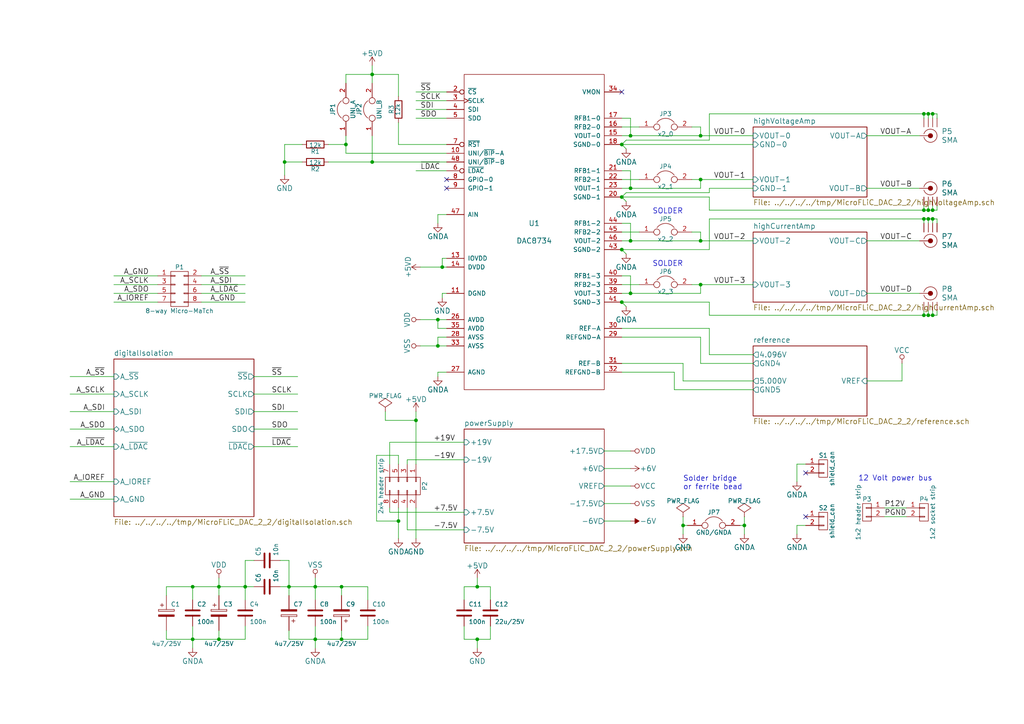
<source format=kicad_sch>
(kicad_sch (version 20230121) (generator eeschema)
  (paper "A4")
  (junction (at 99.06 185.42))
  (junction (at 270.51 91.44))
  (junction (at 127 92.71))
  (junction (at 115.57 151.13))
  (junction (at 107.95 21.59))
  (junction (at 203.2 52.07))
  (junction (at 269.24 63.5))
  (junction (at 203.2 69.85))
  (junction (at 270.51 33.02))
  (junction (at 127 100.33))
  (junction (at 100.33 41.91))
  (junction (at 182.88 54.61))
  (junction (at 71.12 170.18))
  (junction (at 182.88 85.09))
  (junction (at 55.88 185.42))
  (junction (at 180.34 87.63))
  (junction (at 267.97 60.96))
  (junction (at 120.65 121.92))
  (junction (at 99.06 170.18))
  (junction (at 55.88 170.18))
  (junction (at 267.97 63.5))
  (junction (at 198.12 152.4))
  (junction (at 267.97 33.02))
  (junction (at 83.82 170.18))
  (junction (at 269.24 60.96))
  (junction (at 107.95 46.99))
  (junction (at 267.97 91.44))
  (junction (at 180.34 72.39))
  (junction (at 270.51 63.5))
  (junction (at 182.88 39.37))
  (junction (at 138.43 170.18))
  (junction (at 269.24 33.02))
  (junction (at 182.88 69.85))
  (junction (at 63.5 185.42))
  (junction (at 270.51 60.96))
  (junction (at 215.9 152.4))
  (junction (at 63.5 170.18))
  (junction (at 203.2 39.37))
  (junction (at 180.34 41.91))
  (junction (at 180.34 57.15))
  (junction (at 91.44 185.42))
  (junction (at 91.44 170.18))
  (junction (at 203.2 82.55))
  (junction (at 138.43 185.42))
  (junction (at 269.24 91.44))
  (junction (at 82.55 46.99))
  (junction (at 128.27 77.47))
  (no_connect (at 233.68 137.16))
  (no_connect (at 129.54 52.07))
  (no_connect (at 180.34 26.67))
  (no_connect (at 233.68 149.86))
  (no_connect (at 129.54 54.61))
  (wire (pts (xy 182.88 64.77) (xy 180.34 64.77)))
  (wire (pts (xy 231.14 152.4) (xy 233.68 152.4)))
  (wire (pts (xy 107.95 46.99) (xy 129.54 46.99)))
  (wire (pts (xy 205.74 54.61) (xy 218.44 54.61)))
  (wire (pts (xy 115.57 134.62) (xy 115.57 132.08)))
  (wire (pts (xy 58.42 85.09) (xy 71.12 85.09)))
  (wire (pts (xy 129.54 97.79) (xy 127 97.79)))
  (wire (pts (xy 100.33 21.59) (xy 107.95 21.59)))
  (wire (pts (xy 267.97 91.44) (xy 269.24 91.44)))
  (wire (pts (xy 218.44 110.49) (xy 198.12 110.49)))
  (wire (pts (xy 267.97 64.77) (xy 267.97 63.5)))
  (wire (pts (xy 95.25 41.91) (xy 100.33 41.91)))
  (wire (pts (xy 113.03 147.32) (xy 113.03 148.59)))
  (wire (pts (xy 83.82 170.18) (xy 91.44 170.18)))
  (wire (pts (xy 205.74 72.39) (xy 205.74 63.5)))
  (wire (pts (xy 107.95 21.59) (xy 107.95 24.13)))
  (wire (pts (xy 270.51 33.02) (xy 271.78 33.02)))
  (wire (pts (xy 175.26 146.05) (xy 182.88 146.05)))
  (wire (pts (xy 205.74 60.96) (xy 267.97 60.96)))
  (wire (pts (xy 120.65 147.32) (xy 120.65 156.21)))
  (wire (pts (xy 267.97 59.69) (xy 267.97 60.96)))
  (wire (pts (xy 109.22 132.08) (xy 109.22 151.13)))
  (wire (pts (xy 181.61 88.9) (xy 180.34 87.63)))
  (wire (pts (xy 182.88 39.37) (xy 203.2 39.37)))
  (wire (pts (xy 134.62 185.42) (xy 138.43 185.42)))
  (wire (pts (xy 121.92 77.47) (xy 128.27 77.47)))
  (wire (pts (xy 138.43 185.42) (xy 142.24 185.42)))
  (wire (pts (xy 129.54 34.29) (xy 120.65 34.29)))
  (wire (pts (xy 203.2 85.09) (xy 203.2 82.55)))
  (wire (pts (xy 269.24 90.17) (xy 269.24 91.44)))
  (wire (pts (xy 267.97 90.17) (xy 267.97 91.44)))
  (wire (pts (xy 71.12 87.63) (xy 58.42 87.63)))
  (wire (pts (xy 20.32 119.38) (xy 33.02 119.38)))
  (wire (pts (xy 73.66 129.54) (xy 86.36 129.54)))
  (wire (pts (xy 215.9 152.4) (xy 214.63 152.4)))
  (wire (pts (xy 55.88 185.42) (xy 63.5 185.42)))
  (wire (pts (xy 267.97 60.96) (xy 269.24 60.96)))
  (wire (pts (xy 71.12 185.42) (xy 71.12 181.61)))
  (wire (pts (xy 138.43 170.18) (xy 142.24 170.18)))
  (wire (pts (xy 106.68 170.18) (xy 106.68 173.99)))
  (wire (pts (xy 215.9 149.86) (xy 215.9 152.4)))
  (wire (pts (xy 115.57 41.91) (xy 129.54 41.91)))
  (wire (pts (xy 83.82 185.42) (xy 91.44 185.42)))
  (wire (pts (xy 115.57 35.56) (xy 115.57 41.91)))
  (wire (pts (xy 203.2 39.37) (xy 203.2 36.83)))
  (wire (pts (xy 91.44 167.64) (xy 91.44 170.18)))
  (wire (pts (xy 270.51 60.96) (xy 271.78 60.96)))
  (wire (pts (xy 269.24 64.77) (xy 269.24 63.5)))
  (wire (pts (xy 180.34 95.25) (xy 205.74 95.25)))
  (wire (pts (xy 20.32 144.78) (xy 33.02 144.78)))
  (wire (pts (xy 73.66 124.46) (xy 86.36 124.46)))
  (wire (pts (xy 81.28 162.56) (xy 83.82 162.56)))
  (wire (pts (xy 181.61 55.88) (xy 205.74 55.88)))
  (wire (pts (xy 33.02 85.09) (xy 45.72 85.09)))
  (wire (pts (xy 71.12 170.18) (xy 71.12 173.99)))
  (wire (pts (xy 113.03 128.27) (xy 113.03 134.62)))
  (wire (pts (xy 128.27 77.47) (xy 129.54 77.47)))
  (wire (pts (xy 270.51 34.29) (xy 270.51 33.02)))
  (wire (pts (xy 180.34 57.15) (xy 205.74 57.15)))
  (wire (pts (xy 269.24 34.29) (xy 269.24 33.02)))
  (wire (pts (xy 181.61 43.18) (xy 180.34 41.91)))
  (wire (pts (xy 198.12 110.49) (xy 198.12 105.41)))
  (wire (pts (xy 55.88 185.42) (xy 55.88 187.96)))
  (wire (pts (xy 267.97 33.02) (xy 269.24 33.02)))
  (wire (pts (xy 95.25 46.99) (xy 107.95 46.99)))
  (wire (pts (xy 270.51 90.17) (xy 270.51 91.44)))
  (wire (pts (xy 185.42 36.83) (xy 180.34 36.83)))
  (wire (pts (xy 269.24 33.02) (xy 270.51 33.02)))
  (wire (pts (xy 205.74 40.64) (xy 205.74 33.02)))
  (wire (pts (xy 180.34 87.63) (xy 205.74 87.63)))
  (wire (pts (xy 182.88 140.97) (xy 175.26 140.97)))
  (wire (pts (xy 203.2 52.07) (xy 218.44 52.07)))
  (wire (pts (xy 181.61 73.66) (xy 180.34 72.39)))
  (wire (pts (xy 99.06 185.42) (xy 106.68 185.42)))
  (wire (pts (xy 73.66 114.3) (xy 86.36 114.3)))
  (wire (pts (xy 181.61 40.64) (xy 205.74 40.64)))
  (wire (pts (xy 203.2 67.31) (xy 200.66 67.31)))
  (wire (pts (xy 205.74 102.87) (xy 218.44 102.87)))
  (wire (pts (xy 91.44 185.42) (xy 91.44 187.96)))
  (wire (pts (xy 45.72 82.55) (xy 33.02 82.55)))
  (wire (pts (xy 63.5 167.64) (xy 63.5 170.18)))
  (wire (pts (xy 266.7 39.37) (xy 251.46 39.37)))
  (wire (pts (xy 45.72 87.63) (xy 33.02 87.63)))
  (wire (pts (xy 142.24 185.42) (xy 142.24 181.61)))
  (wire (pts (xy 182.88 85.09) (xy 182.88 80.01)))
  (wire (pts (xy 100.33 21.59) (xy 100.33 24.13)))
  (wire (pts (xy 256.54 147.32) (xy 262.89 147.32)))
  (wire (pts (xy 270.51 59.69) (xy 270.51 60.96)))
  (wire (pts (xy 271.78 60.96) (xy 271.78 59.69)))
  (wire (pts (xy 203.2 97.79) (xy 203.2 105.41)))
  (wire (pts (xy 182.88 85.09) (xy 203.2 85.09)))
  (wire (pts (xy 81.28 170.18) (xy 83.82 170.18)))
  (wire (pts (xy 205.74 33.02) (xy 267.97 33.02)))
  (wire (pts (xy 203.2 82.55) (xy 218.44 82.55)))
  (wire (pts (xy 270.51 63.5) (xy 271.78 63.5)))
  (wire (pts (xy 181.61 58.42) (xy 180.34 57.15)))
  (wire (pts (xy 195.58 113.03) (xy 218.44 113.03)))
  (wire (pts (xy 251.46 110.49) (xy 261.62 110.49)))
  (wire (pts (xy 198.12 105.41) (xy 180.34 105.41)))
  (wire (pts (xy 267.97 63.5) (xy 269.24 63.5)))
  (wire (pts (xy 205.74 95.25) (xy 205.74 102.87)))
  (wire (pts (xy 99.06 170.18) (xy 99.06 172.72)))
  (wire (pts (xy 138.43 185.42) (xy 138.43 187.96)))
  (wire (pts (xy 175.26 135.89) (xy 182.88 135.89)))
  (wire (pts (xy 99.06 170.18) (xy 106.68 170.18)))
  (wire (pts (xy 270.51 91.44) (xy 271.78 91.44)))
  (wire (pts (xy 129.54 26.67) (xy 120.65 26.67)))
  (wire (pts (xy 120.65 31.75) (xy 129.54 31.75)))
  (wire (pts (xy 91.44 170.18) (xy 99.06 170.18)))
  (wire (pts (xy 58.42 80.01) (xy 71.12 80.01)))
  (wire (pts (xy 198.12 149.86) (xy 198.12 152.4)))
  (wire (pts (xy 180.34 107.95) (xy 195.58 107.95)))
  (wire (pts (xy 203.2 105.41) (xy 218.44 105.41)))
  (wire (pts (xy 127 95.25) (xy 127 92.71)))
  (wire (pts (xy 127 92.71) (xy 129.54 92.71)))
  (wire (pts (xy 185.42 82.55) (xy 180.34 82.55)))
  (wire (pts (xy 185.42 52.07) (xy 180.34 52.07)))
  (wire (pts (xy 180.34 69.85) (xy 182.88 69.85)))
  (wire (pts (xy 83.82 162.56) (xy 83.82 170.18)))
  (wire (pts (xy 271.78 91.44) (xy 271.78 90.17)))
  (wire (pts (xy 109.22 151.13) (xy 115.57 151.13)))
  (wire (pts (xy 129.54 107.95) (xy 127 107.95)))
  (wire (pts (xy 182.88 80.01) (xy 180.34 80.01)))
  (wire (pts (xy 129.54 95.25) (xy 127 95.25)))
  (wire (pts (xy 127 97.79) (xy 127 100.33)))
  (wire (pts (xy 63.5 185.42) (xy 71.12 185.42)))
  (wire (pts (xy 233.68 134.62) (xy 231.14 134.62)))
  (wire (pts (xy 129.54 49.53) (xy 120.65 49.53)))
  (wire (pts (xy 48.26 170.18) (xy 48.26 172.72)))
  (wire (pts (xy 115.57 147.32) (xy 115.57 151.13)))
  (wire (pts (xy 73.66 109.22) (xy 86.36 109.22)))
  (wire (pts (xy 71.12 82.55) (xy 58.42 82.55)))
  (wire (pts (xy 63.5 170.18) (xy 63.5 172.72)))
  (wire (pts (xy 180.34 57.15) (xy 181.61 55.88)))
  (wire (pts (xy 205.74 55.88) (xy 205.74 54.61)))
  (wire (pts (xy 82.55 41.91) (xy 82.55 46.99)))
  (wire (pts (xy 269.24 91.44) (xy 270.51 91.44)))
  (wire (pts (xy 118.11 133.35) (xy 118.11 134.62)))
  (wire (pts (xy 129.54 62.23) (xy 127 62.23)))
  (wire (pts (xy 100.33 44.45) (xy 129.54 44.45)))
  (wire (pts (xy 182.88 49.53) (xy 180.34 49.53)))
  (wire (pts (xy 63.5 170.18) (xy 71.12 170.18)))
  (wire (pts (xy 129.54 29.21) (xy 120.65 29.21)))
  (wire (pts (xy 200.66 82.55) (xy 203.2 82.55)))
  (wire (pts (xy 106.68 185.42) (xy 106.68 181.61)))
  (wire (pts (xy 121.92 92.71) (xy 127 92.71)))
  (wire (pts (xy 185.42 67.31) (xy 180.34 67.31)))
  (wire (pts (xy 203.2 69.85) (xy 218.44 69.85)))
  (wire (pts (xy 20.32 114.3) (xy 33.02 114.3)))
  (wire (pts (xy 205.74 63.5) (xy 267.97 63.5)))
  (wire (pts (xy 200.66 52.07) (xy 203.2 52.07)))
  (wire (pts (xy 182.88 69.85) (xy 203.2 69.85)))
  (wire (pts (xy 83.82 182.88) (xy 83.82 185.42)))
  (wire (pts (xy 120.65 119.38) (xy 120.65 121.92)))
  (wire (pts (xy 182.88 54.61) (xy 182.88 49.53)))
  (wire (pts (xy 20.32 109.22) (xy 33.02 109.22)))
  (wire (pts (xy 198.12 152.4) (xy 198.12 154.94)))
  (wire (pts (xy 203.2 36.83) (xy 200.66 36.83)))
  (wire (pts (xy 180.34 85.09) (xy 182.88 85.09)))
  (wire (pts (xy 180.34 41.91) (xy 181.61 40.64)))
  (wire (pts (xy 205.74 91.44) (xy 267.97 91.44)))
  (wire (pts (xy 71.12 162.56) (xy 73.66 162.56)))
  (wire (pts (xy 205.74 57.15) (xy 205.74 60.96)))
  (wire (pts (xy 100.33 41.91) (xy 100.33 44.45)))
  (wire (pts (xy 20.32 124.46) (xy 33.02 124.46)))
  (wire (pts (xy 73.66 119.38) (xy 86.36 119.38)))
  (wire (pts (xy 205.74 87.63) (xy 205.74 91.44)))
  (wire (pts (xy 180.34 41.91) (xy 218.44 41.91)))
  (wire (pts (xy 134.62 170.18) (xy 138.43 170.18)))
  (wire (pts (xy 231.14 134.62) (xy 231.14 139.7)))
  (wire (pts (xy 107.95 19.05) (xy 107.95 21.59)))
  (wire (pts (xy 115.57 151.13) (xy 115.57 156.21)))
  (wire (pts (xy 87.63 46.99) (xy 82.55 46.99)))
  (wire (pts (xy 127 107.95) (xy 127 109.22)))
  (wire (pts (xy 203.2 69.85) (xy 203.2 67.31)))
  (wire (pts (xy 231.14 152.4) (xy 231.14 154.94)))
  (wire (pts (xy 256.54 149.86) (xy 262.89 149.86)))
  (wire (pts (xy 180.34 54.61) (xy 182.88 54.61)))
  (wire (pts (xy 266.7 69.85) (xy 251.46 69.85)))
  (wire (pts (xy 55.88 170.18) (xy 55.88 173.99)))
  (wire (pts (xy 180.34 39.37) (xy 182.88 39.37)))
  (wire (pts (xy 91.44 185.42) (xy 99.06 185.42)))
  (wire (pts (xy 271.78 63.5) (xy 271.78 64.77)))
  (wire (pts (xy 134.62 133.35) (xy 118.11 133.35)))
  (wire (pts (xy 199.39 152.4) (xy 198.12 152.4)))
  (wire (pts (xy 142.24 170.18) (xy 142.24 173.99)))
  (wire (pts (xy 71.12 170.18) (xy 73.66 170.18)))
  (wire (pts (xy 128.27 85.09) (xy 128.27 86.36)))
  (wire (pts (xy 111.76 121.92) (xy 111.76 119.38)))
  (wire (pts (xy 48.26 185.42) (xy 55.88 185.42)))
  (wire (pts (xy 127 100.33) (xy 129.54 100.33)))
  (wire (pts (xy 107.95 21.59) (xy 115.57 21.59)))
  (wire (pts (xy 87.63 41.91) (xy 82.55 41.91)))
  (wire (pts (xy 215.9 152.4) (xy 215.9 154.94)))
  (wire (pts (xy 195.58 107.95) (xy 195.58 113.03)))
  (wire (pts (xy 48.26 170.18) (xy 55.88 170.18)))
  (wire (pts (xy 91.44 181.61) (xy 91.44 185.42)))
  (wire (pts (xy 271.78 33.02) (xy 271.78 34.29)))
  (wire (pts (xy 127 62.23) (xy 127 64.77)))
  (wire (pts (xy 20.32 139.7) (xy 33.02 139.7)))
  (wire (pts (xy 175.26 130.81) (xy 182.88 130.81)))
  (wire (pts (xy 100.33 39.37) (xy 100.33 41.91)))
  (wire (pts (xy 175.26 151.13) (xy 182.88 151.13)))
  (wire (pts (xy 115.57 21.59) (xy 115.57 27.94)))
  (wire (pts (xy 33.02 80.01) (xy 45.72 80.01)))
  (wire (pts (xy 180.34 72.39) (xy 205.74 72.39)))
  (wire (pts (xy 20.32 129.54) (xy 33.02 129.54)))
  (wire (pts (xy 182.88 39.37) (xy 182.88 34.29)))
  (wire (pts (xy 71.12 162.56) (xy 71.12 170.18)))
  (wire (pts (xy 182.88 54.61) (xy 203.2 54.61)))
  (wire (pts (xy 48.26 185.42) (xy 48.26 182.88)))
  (wire (pts (xy 120.65 121.92) (xy 120.65 134.62)))
  (wire (pts (xy 55.88 181.61) (xy 55.88 185.42)))
  (wire (pts (xy 180.34 97.79) (xy 203.2 97.79)))
  (wire (pts (xy 120.65 121.92) (xy 111.76 121.92)))
  (wire (pts (xy 113.03 128.27) (xy 134.62 128.27)))
  (wire (pts (xy 115.57 132.08) (xy 109.22 132.08)))
  (wire (pts (xy 82.55 46.99) (xy 82.55 50.8)))
  (wire (pts (xy 182.88 34.29) (xy 180.34 34.29)))
  (wire (pts (xy 182.88 69.85) (xy 182.88 64.77)))
  (wire (pts (xy 134.62 173.99) (xy 134.62 170.18)))
  (wire (pts (xy 270.51 64.77) (xy 270.51 63.5)))
  (wire (pts (xy 267.97 34.29) (xy 267.97 33.02)))
  (wire (pts (xy 128.27 74.93) (xy 129.54 74.93)))
  (wire (pts (xy 134.62 153.67) (xy 118.11 153.67)))
  (wire (pts (xy 138.43 170.18) (xy 138.43 167.64)))
  (wire (pts (xy 107.95 39.37) (xy 107.95 46.99)))
  (wire (pts (xy 113.03 148.59) (xy 134.62 148.59)))
  (wire (pts (xy 118.11 153.67) (xy 118.11 147.32)))
  (wire (pts (xy 269.24 63.5) (xy 270.51 63.5)))
  (wire (pts (xy 128.27 77.47) (xy 128.27 74.93)))
  (wire (pts (xy 55.88 170.18) (xy 63.5 170.18)))
  (wire (pts (xy 63.5 185.42) (xy 63.5 182.88)))
  (wire (pts (xy 121.92 100.33) (xy 127 100.33)))
  (wire (pts (xy 261.62 110.49) (xy 261.62 105.41)))
  (wire (pts (xy 203.2 54.61) (xy 203.2 52.07)))
  (wire (pts (xy 269.24 59.69) (xy 269.24 60.96)))
  (wire (pts (xy 83.82 170.18) (xy 83.82 172.72)))
  (wire (pts (xy 203.2 39.37) (xy 218.44 39.37)))
  (wire (pts (xy 129.54 85.09) (xy 128.27 85.09)))
  (wire (pts (xy 134.62 185.42) (xy 134.62 181.61)))
  (wire (pts (xy 269.24 60.96) (xy 270.51 60.96)))
  (wire (pts (xy 91.44 170.18) (xy 91.44 173.99)))
  (wire (pts (xy 266.7 85.09) (xy 251.46 85.09)))
  (wire (pts (xy 266.7 54.61) (xy 251.46 54.61)))
  (wire (pts (xy 99.06 185.42) (xy 99.06 182.88)))
  (text "12 Volt power bus" (at 248.92 139.7 0) (effects (font (size 1.524 1.524)) (justify left bottom)))
  (text "Solder bridge\nor ferrite bead" (at 198.12 142.24 0) (effects (font (size 1.524 1.524)) (justify left bottom)))
  (text "SOLDER" (at 189.23 62.23 0) (effects (font (size 1.524 1.524)) (justify left bottom)))
  (text "SOLDER" (at 189.23 77.47 0) (effects (font (size 1.524 1.524)) (justify left bottom)))
  (label "VOUT-B" (at 255.27 54.61 0) (effects (font (size 1.524 1.524))))
  (label "SDI" (at 121.92 31.75 0) (effects (font (size 1.524 1.524))))
  (label "SCLK" (at 121.92 29.21 0) (effects (font (size 1.524 1.524))))
  (label "-7.5V" (at 125.73 153.67 0) (effects (font (size 1.524 1.524))))
  (label "A_SDO" (at 43.18 85.09 180) (effects (font (size 1.524 1.524))))
  (label "A_SDO" (at 30.48 124.46 180) (effects (font (size 1.524 1.524))))
  (label "VOUT-3" (at 207.01 82.55 0) (effects (font (size 1.524 1.524))))
  (label "A_IOREF" (at 30.48 139.7 180) (effects (font (size 1.524 1.524))))
  (label "A_GND" (at 30.48 144.78 180) (effects (font (size 1.524 1.524))))
  (label "A_SCLK" (at 43.18 82.55 180) (effects (font (size 1.524 1.524))))
  (label "~{SS}" (at 121.92 26.67 0) (effects (font (size 1.524 1.524))))
  (label "+7.5V" (at 125.73 148.59 0) (effects (font (size 1.524 1.524))))
  (label "P12V" (at 256.54 147.32 0) (effects (font (size 1.524 1.524))))
  (label "A_~{SS}" (at 60.96 80.01 0) (effects (font (size 1.524 1.524))))
  (label "-19V" (at 125.73 133.35 0) (effects (font (size 1.524 1.524))))
  (label "SDO" (at 78.74 124.46 0) (effects (font (size 1.524 1.524))))
  (label "~{LDAC}" (at 78.74 129.54 0) (effects (font (size 1.524 1.524))))
  (label "SDI" (at 78.74 119.38 0) (effects (font (size 1.524 1.524))))
  (label "~{LDAC}" (at 121.92 49.53 0) (effects (font (size 1.524 1.524))))
  (label "VOUT-0" (at 207.01 39.37 0) (effects (font (size 1.524 1.524))))
  (label "A_SDI" (at 60.96 82.55 0) (effects (font (size 1.524 1.524))))
  (label "A_~{SS}" (at 30.48 109.22 180) (effects (font (size 1.524 1.524))))
  (label "+19V" (at 125.73 128.27 0) (effects (font (size 1.524 1.524))))
  (label "VOUT-D" (at 255.27 85.09 0) (effects (font (size 1.524 1.524))))
  (label "A_IOREF" (at 43.18 87.63 180) (effects (font (size 1.524 1.524))))
  (label "VOUT-2" (at 207.01 69.85 0) (effects (font (size 1.524 1.524))))
  (label "~{SS}" (at 78.74 109.22 0) (effects (font (size 1.524 1.524))))
  (label "A_GND" (at 60.96 87.63 0) (effects (font (size 1.524 1.524))))
  (label "A_~{LDAC}" (at 60.96 85.09 0) (effects (font (size 1.524 1.524))))
  (label "SCLK" (at 78.74 114.3 0) (effects (font (size 1.524 1.524))))
  (label "VOUT-C" (at 255.27 69.85 0) (effects (font (size 1.524 1.524))))
  (label "A_GND" (at 43.18 80.01 180) (effects (font (size 1.524 1.524))))
  (label "A_SCLK" (at 30.48 114.3 180) (effects (font (size 1.524 1.524))))
  (label "VOUT-A" (at 255.27 39.37 0) (effects (font (size 1.524 1.524))))
  (label "A_SDI" (at 30.48 119.38 180) (effects (font (size 1.524 1.524))))
  (label "A_~{LDAC}" (at 30.48 129.54 180) (effects (font (size 1.524 1.524))))
  (label "PGND" (at 256.54 149.86 0) (effects (font (size 1.524 1.524))))
  (label "SDO" (at 121.92 34.29 0) (effects (font (size 1.524 1.524))))
  (label "VOUT-1" (at 207.01 52.07 0) (effects (font (size 1.524 1.524))))
  (symbol (lib_id "MicroFLiC_DAC-rescue:DAC8734") (at 154.94 67.31 0) (unit 1)
    (property "Reference" "U1" (at 154.94 64.77 0) (effects (font (size 1.524 1.524))))
    (property "Value" "DAC8734" (at 154.94 69.85 0) (effects (font (size 1.524 1.524))))
    (property "Footprint" "Housings_QFP:TQFP-48_7x7mm_Pitch0.5mm" (effects hide))
    (property "Part Number" "DAC8734SPFB" (effects hide))
    (property "Manufacturer" "Texas Instruments" (effects hide))
    (property "Package" "TQFP-48" (effects hide))
    (property "Supplier" "Farnell" (effects hide))
    (property "Order Code" "2082437" (effects hide))
    (property "Alt. Supplier" "Mouser" (effects hide))
    (property "Alt. Order Code" "595-DAC8734SPFB" (effects hide))
    (property "Note" "Quad 16-bit DAC" (effects hide))
  )
  (symbol (lib_id "MicroFLiC_DAC-rescue:GNDA") (at 127 64.77 0) (unit 1)
    (property "Reference" "#PWR01" (effects hide))
    (property "Value" "GNDA" (at 127 68.58 0) (effects (font (size 1.524 1.524))))
  )
  (symbol (lib_id "MicroFLiC_DAC-rescue:GNDA") (at 181.61 43.18 0) (unit 1)
    (property "Reference" "#PWR02" (effects hide))
    (property "Value" "GNDA" (at 181.61 46.99 0) (effects (font (size 1.524 1.524))))
  )
  (symbol (lib_id "MicroFLiC_DAC-rescue:GNDA") (at 181.61 58.42 0) (unit 1)
    (property "Reference" "#PWR03" (effects hide))
    (property "Value" "GNDA" (at 181.61 62.23 0) (effects (font (size 1.524 1.524))))
  )
  (symbol (lib_id "MicroFLiC_DAC-rescue:GNDA") (at 181.61 73.66 0) (unit 1)
    (property "Reference" "#PWR04" (effects hide))
    (property "Value" "GNDA" (at 181.61 77.47 0) (effects (font (size 1.524 1.524))))
  )
  (symbol (lib_id "MicroFLiC_DAC-rescue:GNDA") (at 181.61 88.9 0) (unit 1)
    (property "Reference" "#PWR05" (effects hide))
    (property "Value" "GNDA" (at 181.61 92.71 0) (effects (font (size 1.524 1.524))))
  )
  (symbol (lib_id "MicroFLiC_DAC-rescue:GNDA") (at 127 109.22 0) (unit 1)
    (property "Reference" "#PWR06" (effects hide))
    (property "Value" "GNDA" (at 127 113.03 0) (effects (font (size 1.524 1.524))))
  )
  (symbol (lib_id "MicroFLiC_DAC-rescue:VSS") (at 121.92 100.33 90) (unit 1)
    (property "Reference" "#PWR07" (effects hide))
    (property "Value" "VSS" (at 118.11 100.33 0) (effects (font (size 1.524 1.524))))
  )
  (symbol (lib_id "MicroFLiC_DAC-rescue:VDD") (at 121.92 92.71 90) (unit 1)
    (property "Reference" "#PWR08" (effects hide))
    (property "Value" "VDD" (at 118.11 92.71 0) (effects (font (size 1.524 1.524))))
  )
  (symbol (lib_id "MicroFLiC_DAC-rescue:JUMPER") (at 193.04 82.55 0) (unit 1)
    (property "Reference" "JP6" (at 193.04 78.74 0))
    (property "Value" "x2_3" (at 193.04 84.582 0))
    (property "Footprint" "jakub:solder_jumper" (effects hide))
  )
  (symbol (lib_id "MicroFLiC_DAC-rescue:JUMPER") (at 193.04 67.31 0) (unit 1)
    (property "Reference" "JP5" (at 193.04 63.5 0))
    (property "Value" "x2_2" (at 193.04 69.342 0))
    (property "Footprint" "jakub:solder_jumper" (effects hide))
  )
  (symbol (lib_id "MicroFLiC_DAC-rescue:JUMPER") (at 193.04 52.07 0) (unit 1)
    (property "Reference" "JP4" (at 193.04 48.26 0))
    (property "Value" "x2_1" (at 193.04 54.102 0))
    (property "Footprint" "jakub:solder_jumper" (effects hide))
  )
  (symbol (lib_id "MicroFLiC_DAC-rescue:JUMPER") (at 193.04 36.83 0) (unit 1)
    (property "Reference" "JP3" (at 193.04 33.02 0))
    (property "Value" "x2_0" (at 193.04 38.862 0))
    (property "Footprint" "jakub:solder_jumper" (effects hide))
  )
  (symbol (lib_id "MicroFLiC_DAC-rescue:R") (at 91.44 41.91 270) (unit 1)
    (property "Reference" "R1" (at 91.44 43.942 90))
    (property "Value" "12k" (at 91.4654 42.0878 90))
    (property "Footprint" "Resistors_SMD:R_0603" (effects hide))
    (property "Part Number" "RC0603FR-0712KL" (effects hide))
    (property "Manufacturer" "Yageo" (effects hide))
    (property "Package" "0603" (effects hide))
    (property "Supplier" "Farnell" (effects hide))
    (property "Order Code" "9238611" (effects hide))
    (property "Alt. Supplier" "Mouser" (effects hide))
    (property "Alt. Order Code" "603-RC0603FR-0712KL" (effects hide))
    (property "Note" "10kΩ/1% 0805 resistor" (effects hide))
  )
  (symbol (lib_id "MicroFLiC_DAC-rescue:GND") (at 82.55 50.8 0) (unit 1)
    (property "Reference" "#PWR09" (effects hide))
    (property "Value" "GND" (at 82.55 54.61 0) (effects (font (size 1.524 1.524))))
  )
  (symbol (lib_id "MicroFLiC_DAC-rescue:JUMPER") (at 100.33 31.75 90) (unit 1)
    (property "Reference" "JP1" (at 96.52 31.75 0))
    (property "Value" "UNI_A" (at 102.362 31.75 0))
    (property "Footprint" "jakub:solder_jumper" (effects hide))
  )
  (symbol (lib_id "MicroFLiC_DAC-rescue:JUMPER") (at 107.95 31.75 90) (unit 1)
    (property "Reference" "JP2" (at 104.14 31.75 0))
    (property "Value" "UNI_B" (at 109.982 31.75 0))
    (property "Footprint" "jakub:solder_jumper" (effects hide))
  )
  (symbol (lib_id "MicroFLiC_DAC-rescue:+5VD") (at 107.95 19.05 0) (unit 1)
    (property "Reference" "#PWR010" (effects hide))
    (property "Value" "+5VD" (at 107.95 15.494 0) (effects (font (size 1.524 1.524))))
  )
  (symbol (lib_id "MicroFLiC_DAC-rescue:SMA") (at 270.51 31.75 0) (mirror x) (unit 1)
    (property "Reference" "P5" (at 273.05 38.1 0) (effects (font (size 1.524 1.524)) (justify left)))
    (property "Value" "SMA" (at 273.05 40.64 0) (effects (font (size 1.524 1.524)) (justify left)))
    (property "Footprint" "jakub:SMA" (effects hide))
    (property "Part Number" "73251-2200" (effects hide))
    (property "Manufacturer" "Molex" (effects hide))
    (property "Package" "SMA" (effects hide))
    (property "Supplier" "Farnell" (effects hide))
    (property "Order Code" "2293854" (effects hide))
    (property "Alt. Supplier" "Mouser" (effects hide))
    (property "Alt. Order Code" "538-73251-2200" (effects hide))
    (property "Note" "Right-angle SMA jack" (effects hide))
  )
  (symbol (lib_id "MicroFLiC_DAC-rescue:SMA") (at 270.51 62.23 0) (unit 1)
    (property "Reference" "P6" (at 273.05 53.34 0) (effects (font (size 1.524 1.524)) (justify left)))
    (property "Value" "SMA" (at 273.05 55.88 0) (effects (font (size 1.524 1.524)) (justify left)))
    (property "Footprint" "jakub:SMA" (effects hide))
    (property "Part Number" "73251-2200" (effects hide))
    (property "Manufacturer" "Molex" (effects hide))
    (property "Package" "SMA" (effects hide))
    (property "Supplier" "Farnell" (effects hide))
    (property "Order Code" "2293854" (effects hide))
    (property "Alt. Supplier" "Mouser" (effects hide))
    (property "Alt. Order Code" "538-73251-2200" (effects hide))
    (property "Note" "Right-angle SMA jack" (effects hide))
  )
  (symbol (lib_id "MicroFLiC_DAC-rescue:SMA") (at 270.51 62.23 0) (mirror x) (unit 1)
    (property "Reference" "P7" (at 273.05 68.58 0) (effects (font (size 1.524 1.524)) (justify left)))
    (property "Value" "SMA" (at 273.05 71.12 0) (effects (font (size 1.524 1.524)) (justify left)))
    (property "Footprint" "jakub:SMA" (effects hide))
    (property "Part Number" "73251-2200" (effects hide))
    (property "Manufacturer" "Molex" (effects hide))
    (property "Package" "SMA" (effects hide))
    (property "Supplier" "Farnell" (effects hide))
    (property "Order Code" "2293854" (effects hide))
    (property "Alt. Supplier" "Mouser" (effects hide))
    (property "Alt. Order Code" "538-73251-2200" (effects hide))
    (property "Note" "Right-angle SMA jack" (effects hide))
  )
  (symbol (lib_id "MicroFLiC_DAC-rescue:SMA") (at 270.51 92.71 0) (unit 1)
    (property "Reference" "P8" (at 273.05 83.82 0) (effects (font (size 1.524 1.524)) (justify left)))
    (property "Value" "SMA" (at 273.05 86.36 0) (effects (font (size 1.524 1.524)) (justify left)))
    (property "Footprint" "jakub:SMA" (effects hide))
    (property "Part Number" "73251-2200" (effects hide))
    (property "Manufacturer" "Molex" (effects hide))
    (property "Package" "SMA" (effects hide))
    (property "Supplier" "Farnell" (effects hide))
    (property "Order Code" "2293854" (effects hide))
    (property "Alt. Supplier" "Mouser" (effects hide))
    (property "Alt. Order Code" "538-73251-2200" (effects hide))
    (property "Note" "Right-angle SMA jack" (effects hide))
  )
  (symbol (lib_id "MicroFLiC_DAC-rescue:VCC") (at 261.62 105.41 0) (unit 1)
    (property "Reference" "#PWR011" (effects hide))
    (property "Value" "VCC" (at 261.62 101.6 0) (effects (font (size 1.524 1.524))))
  )
  (symbol (lib_id "MicroFLiC_DAC-rescue:GND") (at 128.27 86.36 0) (unit 1)
    (property "Reference" "#PWR016" (effects hide))
    (property "Value" "GND" (at 128.27 90.17 0) (effects (font (size 1.524 1.524))))
  )
  (symbol (lib_id "MicroFLiC_DAC-rescue:+5VD") (at 121.92 77.47 90) (unit 1)
    (property "Reference" "#PWR017" (effects hide))
    (property "Value" "+5VD" (at 118.364 77.47 0) (effects (font (size 1.524 1.524))))
  )
  (symbol (lib_id "MicroFLiC_DAC-rescue:CP2") (at 83.82 177.8 180) (unit 1)
    (property "Reference" "C7" (at 85.09 175.26 0) (effects (justify right)))
    (property "Value" "4u7/25V" (at 83.82 186.69 0))
    (property "Footprint" "Capacitors_Tantalum_SMD:TantalC_SizeB_EIA-3528_Reflow" (effects hide))
    (property "Part Number" "TR3B475K025C0700" (effects hide))
    (property "Manufacturer" "Vishay" (effects hide))
    (property "Package" "case B" (effects hide))
    (property "Supplier" "Farnell" (effects hide))
    (property "Order Code" "2353145" (effects hide))
    (property "Alt. Supplier" "Mouser" (effects hide))
    (property "Alt. Order Code" "74-TR3B475K025C0700" (effects hide))
    (property "Note" "4.7μF/25V/0.7Ω ESR case B tantalum capacitor" (effects hide))
  )
  (symbol (lib_id "MicroFLiC_DAC-rescue:VSS") (at 182.88 146.05 270) (unit 1)
    (property "Reference" "#PWR012" (effects hide))
    (property "Value" "VSS" (at 187.96 146.05 90) (effects (font (size 1.524 1.524))))
  )
  (symbol (lib_id "MicroFLiC_DAC-rescue:+6V") (at 182.88 135.89 270) (unit 1)
    (property "Reference" "#PWR013" (effects hide))
    (property "Value" "+6V" (at 187.96 135.89 90) (effects (font (size 1.524 1.524))))
  )
  (symbol (lib_id "MicroFLiC_DAC-rescue:CP2") (at 99.06 177.8 180) (unit 1)
    (property "Reference" "C9" (at 100.33 175.26 0) (effects (justify right)))
    (property "Value" "4u7/25V" (at 99.06 186.69 0))
    (property "Footprint" "Capacitors_Tantalum_SMD:TantalC_SizeB_EIA-3528_Reflow" (effects hide))
    (property "Part Number" "TR3B475K025C0700" (effects hide))
    (property "Manufacturer" "Vishay" (effects hide))
    (property "Package" "case B" (effects hide))
    (property "Supplier" "Farnell" (effects hide))
    (property "Order Code" "2353145" (effects hide))
    (property "Alt. Supplier" "Mouser" (effects hide))
    (property "Alt. Order Code" "74-TR3B475K025C0700" (effects hide))
    (property "Note" "4.7μF/25V/0.7Ω ESR case B tantalum capacitor" (effects hide))
  )
  (symbol (lib_id "MicroFLiC_DAC-rescue:CP2") (at 48.26 177.8 0) (unit 1)
    (property "Reference" "C1" (at 49.53 175.26 0) (effects (justify left)))
    (property "Value" "4u7/25V" (at 48.26 186.69 0))
    (property "Footprint" "Capacitors_Tantalum_SMD:TantalC_SizeB_EIA-3528_Reflow" (effects hide))
    (property "Part Number" "TR3B475K025C0700" (effects hide))
    (property "Manufacturer" "Vishay" (effects hide))
    (property "Package" "case B" (effects hide))
    (property "Supplier" "Farnell" (effects hide))
    (property "Order Code" "2353145" (effects hide))
    (property "Alt. Supplier" "Mouser" (effects hide))
    (property "Alt. Order Code" "74-TR3B475K025C0700" (effects hide))
    (property "Note" "4.7μF/25V/0.7Ω ESR case B tantalum capacitor" (effects hide))
  )
  (symbol (lib_id "MicroFLiC_DAC-rescue:VCC") (at 182.88 140.97 270) (unit 1)
    (property "Reference" "#PWR014" (effects hide))
    (property "Value" "VCC" (at 187.96 140.97 90) (effects (font (size 1.524 1.524))))
  )
  (symbol (lib_id "MicroFLiC_DAC-rescue:VDD") (at 182.88 130.81 270) (unit 1)
    (property "Reference" "#PWR015" (effects hide))
    (property "Value" "VDD" (at 187.96 130.81 90) (effects (font (size 1.524 1.524))))
  )
  (symbol (lib_id "MicroFLiC_DAC-rescue:-6V") (at 182.88 151.13 270) (unit 1)
    (property "Reference" "#PWR26" (effects hide))
    (property "Value" "-6V" (at 187.96 151.13 90) (effects (font (size 1.524 1.524))))
  )
  (symbol (lib_id "MicroFLiC_DAC-rescue:CP2") (at 63.5 177.8 0) (unit 1)
    (property "Reference" "C3" (at 64.77 175.26 0) (effects (justify left)))
    (property "Value" "4u7/25V" (at 63.5 186.69 0))
    (property "Footprint" "Capacitors_Tantalum_SMD:TantalC_SizeB_EIA-3528_Reflow" (effects hide))
    (property "Part Number" "TR3B475K025C0700" (effects hide))
    (property "Manufacturer" "Vishay" (effects hide))
    (property "Package" "case B" (effects hide))
    (property "Supplier" "Farnell" (effects hide))
    (property "Order Code" "2353145" (effects hide))
    (property "Alt. Supplier" "Mouser" (effects hide))
    (property "Alt. Order Code" "74-TR3B475K025C0700" (effects hide))
    (property "Note" "4.7μF/25V/0.7Ω ESR case B tantalum capacitor" (effects hide))
  )
  (symbol (lib_id "MicroFLiC_DAC-rescue:CONN_02X04") (at 52.07 83.82 0) (unit 1)
    (property "Reference" "P1" (at 52.07 77.47 0))
    (property "Value" "8-way Micro-MaTch" (at 52.07 90.17 0))
    (property "Footprint" "jakub:7-188275-8" (effects hide))
    (property "Part Number" "7-188275-8" (effects hide))
    (property "Manufacturer" "TE Connectivity" (effects hide))
    (property "Package" "Micro-MaTch SMD" (effects hide))
    (property "Supplier" "Farnell" (effects hide))
    (property "Order Code" "3784733" (effects hide))
    (property "Alt. Supplier" "Mouser" (effects hide))
    (property "Alt. Order Code" "571-7-188275-8" (effects hide))
    (property "Note" "8-way SMD Micro-MaTch connector" (effects hide))
  )
  (symbol (lib_id "MicroFLiC_DAC-rescue:GNDA") (at 55.88 187.96 0) (unit 1)
    (property "Reference" "#PWR018" (effects hide))
    (property "Value" "GNDA" (at 55.88 191.77 0) (effects (font (size 1.524 1.524))))
  )
  (symbol (lib_id "MicroFLiC_DAC-rescue:VDD") (at 63.5 167.64 0) (unit 1)
    (property "Reference" "#PWR019" (effects hide))
    (property "Value" "VDD" (at 63.5 163.83 0) (effects (font (size 1.524 1.524))))
  )
  (symbol (lib_id "MicroFLiC_DAC-rescue:GNDA") (at 91.44 187.96 0) (unit 1)
    (property "Reference" "#PWR020" (effects hide))
    (property "Value" "GNDA" (at 91.44 191.77 0) (effects (font (size 1.524 1.524))))
  )
  (symbol (lib_id "MicroFLiC_DAC-rescue:VSS") (at 91.44 167.64 0) (unit 1)
    (property "Reference" "#PWR021" (effects hide))
    (property "Value" "VSS" (at 91.44 163.83 0) (effects (font (size 1.524 1.524))))
  )
  (symbol (lib_id "MicroFLiC_DAC-rescue:C") (at 77.47 162.56 90) (unit 1)
    (property "Reference" "C5" (at 74.93 161.29 0) (effects (justify left)))
    (property "Value" "10n" (at 80.01 161.29 0) (effects (justify left)))
    (property "Footprint" "Capacitors_SMD:C_0603" (effects hide))
    (property "Part Number" "CC0603KRX7R9BB103" (effects hide))
    (property "Manufacturer" "Yageo" (effects hide))
    (property "Package" "0603" (effects hide))
    (property "Supplier" "Farnell" (effects hide))
    (property "Order Code" "722236" (effects hide))
    (property "Alt. Supplier" "Mouser" (effects hide))
    (property "Alt. Order Code" "603-CC603KRX7R9BB103" (effects hide))
    (property "Note" "10nF/50V X7R 0603 ceramic capacitor" (effects hide))
  )
  (symbol (lib_id "MicroFLiC_DAC-rescue:+5VD") (at 138.43 167.64 0) (unit 1)
    (property "Reference" "#PWR022" (effects hide))
    (property "Value" "+5VD" (at 138.43 164.084 0) (effects (font (size 1.524 1.524))))
  )
  (symbol (lib_id "MicroFLiC_DAC-rescue:GND") (at 138.43 187.96 0) (unit 1)
    (property "Reference" "#PWR023" (effects hide))
    (property "Value" "GND" (at 138.43 191.77 0) (effects (font (size 1.524 1.524))))
  )
  (symbol (lib_id "MicroFLiC_DAC-rescue:GNDA") (at 115.57 156.21 0) (unit 1)
    (property "Reference" "#PWR024" (effects hide))
    (property "Value" "GNDA" (at 115.57 160.02 0) (effects (font (size 1.524 1.524))))
  )
  (symbol (lib_id "MicroFLiC_DAC-rescue:CONN_01X02") (at 267.97 148.59 0) (unit 1)
    (property "Reference" "P4" (at 267.97 144.78 0))
    (property "Value" "1x2 socket strip" (at 270.51 148.59 90))
    (property "Footprint" "Socket_Strips:Socket_Strip_Straight_1x02" (effects hide))
    (property "Part Number" "ESQ-102-33-G-S" (effects hide))
    (property "Manufacturer" "Samtec" (effects hide))
    (property "Package" "SIL-2" (effects hide))
    (property "Supplier" "Farnell" (effects hide))
    (property "Order Code" "1927389" (effects hide))
    (property "Alt. Supplier" "Samtec" (effects hide))
    (property "Alt. Order Code" "ESQ-102-33-G-S" (effects hide))
    (property "Note" "1x2 ESQ series elevated socket strip" (effects hide))
  )
  (symbol (lib_id "MicroFLiC_DAC-rescue:CONN_01X02") (at 251.46 148.59 0) (mirror y) (unit 1)
    (property "Reference" "P3" (at 251.46 144.78 0))
    (property "Value" "1x2 header strip" (at 248.92 148.59 90))
    (property "Footprint" "Pin_Headers:Pin_Header_Straight_1x02" (effects hide))
    (property "Part Number" "M20-9990245" (effects hide))
    (property "Manufacturer" "Harwin" (effects hide))
    (property "Package" "SIL-2" (effects hide))
    (property "Supplier" "Farnell" (effects hide))
    (property "Order Code" "1022245" (effects hide))
    (property "Alt. Supplier" "Mouser" (effects hide))
    (property "Alt. Order Code" "855-M20-9990245" (effects hide))
    (property "Note" "1x2 header strip" (effects hide))
  )
  (symbol (lib_id "MicroFLiC_DAC-rescue:GND") (at 198.12 154.94 0) (unit 1)
    (property "Reference" "#PWR025" (effects hide))
    (property "Value" "GND" (at 198.12 158.75 0) (effects (font (size 1.524 1.524))))
  )
  (symbol (lib_id "MicroFLiC_DAC-rescue:GNDA") (at 215.9 154.94 0) (unit 1)
    (property "Reference" "#PWR026" (effects hide))
    (property "Value" "GNDA" (at 215.9 158.75 0) (effects (font (size 1.524 1.524))))
  )
  (symbol (lib_id "MicroFLiC_DAC-rescue:CONN_02X04") (at 116.84 140.97 270) (unit 1)
    (property "Reference" "P2" (at 123.19 140.97 0))
    (property "Value" "2x4 header strip" (at 110.49 140.97 0))
    (property "Footprint" "Pin_Headers:Pin_Header_Straight_2x04" (effects hide))
    (property "Part Number" "M20-9980446" (effects hide))
    (property "Manufacturer" "Harwin" (effects hide))
    (property "Package" "DIL-8" (effects hide))
    (property "Supplier" "Farnell" (effects hide))
    (property "Order Code" "1022233" (effects hide))
    (property "Alt. Supplier" "Mouser" (effects hide))
    (property "Alt. Order Code" "855-M20-9980446" (effects hide))
    (property "Note" "2x4 header strip" (effects hide))
  )
  (symbol (lib_id "MicroFLiC_DAC-rescue:GND") (at 120.65 156.21 0) (unit 1)
    (property "Reference" "#PWR027" (effects hide))
    (property "Value" "GND" (at 120.65 160.02 0) (effects (font (size 1.524 1.524))))
  )
  (symbol (lib_id "MicroFLiC_DAC-rescue:+5VD") (at 120.65 119.38 0) (unit 1)
    (property "Reference" "#PWR028" (effects hide))
    (property "Value" "+5VD" (at 120.65 115.824 0) (effects (font (size 1.524 1.524))))
  )
  (symbol (lib_id "MicroFLiC_DAC-rescue:CONN_01X02") (at 238.76 151.13 0) (unit 1)
    (property "Reference" "S2" (at 238.76 147.32 0))
    (property "Value" "shield_can" (at 241.3 151.13 90))
    (property "Footprint" "jakub:can-MS257-10" (effects hide))
    (property "Part Number" "MS257-10" (effects hide))
    (property "Manufacturer" "Masach" (effects hide))
    (property "Package" "Can" (effects hide))
    (property "Supplier" "RS Components" (effects hide))
    (property "Order Code" "826-6766" (effects hide))
    (property "Alt. Supplier" "Masach" (effects hide))
    (property "Alt. Order Code" "MS257-10" (effects hide))
    (property "Note" "Two-piece EMI shielding can" (effects hide))
  )
  (symbol (lib_id "MicroFLiC_DAC-rescue:GNDA") (at 231.14 154.94 0) (unit 1)
    (property "Reference" "#PWR029" (effects hide))
    (property "Value" "GNDA" (at 231.14 158.75 0) (effects (font (size 1.524 1.524))))
  )
  (symbol (lib_id "MicroFLiC_DAC-rescue:CONN_01X02") (at 238.76 135.89 0) (unit 1)
    (property "Reference" "S1" (at 238.76 132.08 0))
    (property "Value" "shield_can" (at 241.3 135.89 90))
    (property "Footprint" "jakub:can-MS257-10" (effects hide))
    (property "Part Number" "MS257-10" (effects hide))
    (property "Manufacturer" "Masach" (effects hide))
    (property "Package" "Can" (effects hide))
    (property "Supplier" "RS Components" (effects hide))
    (property "Order Code" "826-6766" (effects hide))
    (property "Alt. Supplier" "Masach" (effects hide))
    (property "Alt. Order Code" "MS257-10" (effects hide))
    (property "Note" "Two-piece EMI shielding can" (effects hide))
  )
  (symbol (lib_id "MicroFLiC_DAC-rescue:GNDA") (at 231.14 139.7 0) (unit 1)
    (property "Reference" "#PWR030" (effects hide))
    (property "Value" "GNDA" (at 231.14 143.51 0) (effects (font (size 1.524 1.524))))
  )
  (symbol (lib_id "MicroFLiC_DAC-rescue:C") (at 142.24 177.8 0) (unit 1)
    (property "Reference" "C12" (at 143.51 175.26 0) (effects (justify left)))
    (property "Value" "22u/25V" (at 143.51 180.34 0) (effects (justify left)))
    (property "Footprint" "Capacitors_SMD:C_1210" (effects hide))
    (property "Part Number" "GRM32ER61E226ME15L" (effects hide))
    (property "Manufacturer" "Murata" (effects hide))
    (property "Package" "1210" (effects hide))
    (property "Supplier" "Farnell" (effects hide))
    (property "Order Code" "1735539" (effects hide))
    (property "Alt. Supplier" "Mouser" (effects hide))
    (property "Alt. Order Code" "81-GRM32ER61E226ME5L" (effects hide))
    (property "Note" "22μF/25V X5R 1210 ceramic capacitor" (effects hide))
  )
  (symbol (lib_id "MicroFLiC_DAC-rescue:JUMPER") (at 207.01 152.4 0) (unit 1)
    (property "Reference" "JP7" (at 207.01 148.59 0))
    (property "Value" "GND/GNDA" (at 207.01 154.432 0))
    (property "Footprint" "jakub:solder_jumper" (effects hide))
  )
  (symbol (lib_id "MicroFLiC_DAC-rescue:PWR_FLAG") (at 111.76 119.38 0) (unit 1)
    (property "Reference" "#FLG031" (effects hide))
    (property "Value" "PWR_FLAG" (at 111.76 114.808 0))
  )
  (symbol (lib_id "MicroFLiC_DAC-rescue:PWR_FLAG") (at 198.12 149.86 0) (unit 1)
    (property "Reference" "#FLG032" (effects hide))
    (property "Value" "PWR_FLAG" (at 198.12 145.288 0))
  )
  (symbol (lib_id "MicroFLiC_DAC-rescue:PWR_FLAG") (at 215.9 149.86 0) (unit 1)
    (property "Reference" "#FLG033" (effects hide))
    (property "Value" "PWR_FLAG" (at 215.9 145.288 0))
  )
  (symbol (lib_id "MicroFLiC_DAC-rescue:C") (at 55.88 177.8 0) (unit 1)
    (property "Reference" "C2" (at 57.15 175.26 0) (effects (justify left)))
    (property "Value" "100n" (at 57.15 180.34 0) (effects (justify left)))
    (property "Footprint" "Capacitors_SMD:C_0603" (effects hide))
    (property "Part Number" "CC0603KRX7R9BB104" (effects hide))
    (property "Manufacturer" "Yageo" (effects hide))
    (property "Package" "0603" (effects hide))
    (property "Supplier" "Farnell" (effects hide))
    (property "Order Code" "1362556" (effects hide))
    (property "Alt. Supplier" "Mouser" (effects hide))
    (property "Alt. Order Code" "603-CC603KRX7R9BB104" (effects hide))
    (property "Note" "100nF/50V X7R 0603 ceramic capacitor" (effects hide))
  )
  (symbol (lib_id "MicroFLiC_DAC-rescue:C") (at 71.12 177.8 0) (unit 1)
    (property "Reference" "C4" (at 72.39 175.26 0) (effects (justify left)))
    (property "Value" "100n" (at 72.39 180.34 0) (effects (justify left)))
    (property "Footprint" "Capacitors_SMD:C_0603" (effects hide))
    (property "Part Number" "CC0603KRX7R9BB104" (effects hide))
    (property "Manufacturer" "Yageo" (effects hide))
    (property "Package" "0603" (effects hide))
    (property "Supplier" "Farnell" (effects hide))
    (property "Order Code" "1362556" (effects hide))
    (property "Alt. Supplier" "Mouser" (effects hide))
    (property "Alt. Order Code" "603-CC603KRX7R9BB104" (effects hide))
    (property "Note" "100nF/50V X7R 0603 ceramic capacitor" (effects hide))
  )
  (symbol (lib_id "MicroFLiC_DAC-rescue:C") (at 91.44 177.8 0) (unit 1)
    (property "Reference" "C8" (at 92.71 175.26 0) (effects (justify left)))
    (property "Value" "100n" (at 92.71 180.34 0) (effects (justify left)))
    (property "Footprint" "Capacitors_SMD:C_0603" (effects hide))
    (property "Part Number" "CC0603KRX7R9BB104" (effects hide))
    (property "Manufacturer" "Yageo" (effects hide))
    (property "Package" "0603" (effects hide))
    (property "Supplier" "Farnell" (effects hide))
    (property "Order Code" "1362556" (effects hide))
    (property "Alt. Supplier" "Mouser" (effects hide))
    (property "Alt. Order Code" "603-CC603KRX7R9BB104" (effects hide))
    (property "Note" "100nF/50V X7R 0603 ceramic capacitor" (effects hide))
  )
  (symbol (lib_id "MicroFLiC_DAC-rescue:C") (at 106.68 177.8 0) (unit 1)
    (property "Reference" "C10" (at 107.95 175.26 0) (effects (justify left)))
    (property "Value" "100n" (at 107.95 180.34 0) (effects (justify left)))
    (property "Footprint" "Capacitors_SMD:C_0603" (effects hide))
    (property "Part Number" "CC0603KRX7R9BB104" (effects hide))
    (property "Manufacturer" "Yageo" (effects hide))
    (property "Package" "0603" (effects hide))
    (property "Supplier" "Farnell" (effects hide))
    (property "Order Code" "1362556" (effects hide))
    (property "Alt. Supplier" "Mouser" (effects hide))
    (property "Alt. Order Code" "603-CC603KRX7R9BB104" (effects hide))
    (property "Note" "100nF/50V X7R 0603 ceramic capacitor" (effects hide))
  )
  (symbol (lib_id "MicroFLiC_DAC-rescue:C") (at 134.62 177.8 0) (unit 1)
    (property "Reference" "C11" (at 135.89 175.26 0) (effects (justify left)))
    (property "Value" "100n" (at 135.89 180.34 0) (effects (justify left)))
    (property "Footprint" "Capacitors_SMD:C_0603" (effects hide))
    (property "Part Number" "CC0603KRX7R9BB104" (effects hide))
    (property "Manufacturer" "Yageo" (effects hide))
    (property "Package" "0603" (effects hide))
    (property "Supplier" "Farnell" (effects hide))
    (property "Order Code" "1362556" (effects hide))
    (property "Alt. Supplier" "Mouser" (effects hide))
    (property "Alt. Order Code" "603-CC603KRX7R9BB104" (effects hide))
    (property "Note" "100nF/50V X7R 0603 ceramic capacitor" (effects hide))
  )
  (symbol (lib_id "MicroFLiC_DAC-rescue:C") (at 77.47 170.18 90) (unit 1)
    (property "Reference" "C6" (at 74.93 168.91 0) (effects (justify left)))
    (property "Value" "10n" (at 80.01 168.91 0) (effects (justify left)))
    (property "Footprint" "Capacitors_SMD:C_0603" (effects hide))
    (property "Part Number" "CC0603KRX7R9BB103" (effects hide))
    (property "Manufacturer" "Yageo" (effects hide))
    (property "Package" "0603" (effects hide))
    (property "Supplier" "Farnell" (effects hide))
    (property "Order Code" "722236" (effects hide))
    (property "Alt. Supplier" "Mouser" (effects hide))
    (property "Alt. Order Code" "603-CC603KRX7R9BB103" (effects hide))
    (property "Note" "10nF/50V X7R 0603 ceramic capacitor" (effects hide))
  )
  (symbol (lib_id "MicroFLiC_DAC-rescue:R") (at 91.44 46.99 270) (unit 1)
    (property "Reference" "R2" (at 91.44 49.022 90))
    (property "Value" "12k" (at 91.4654 47.1678 90))
    (property "Footprint" "Resistors_SMD:R_0603" (effects hide))
    (property "Part Number" "RC0603FR-0712KL" (effects hide))
    (property "Manufacturer" "Yageo" (effects hide))
    (property "Package" "0603" (effects hide))
    (property "Supplier" "Farnell" (effects hide))
    (property "Order Code" "9238611" (effects hide))
    (property "Alt. Supplier" "Mouser" (effects hide))
    (property "Alt. Order Code" "603-RC0603FR-0712KL" (effects hide))
    (property "Note" "10kΩ/1% 0805 resistor" (effects hide))
  )
  (symbol (lib_id "MicroFLiC_DAC-rescue:R") (at 115.57 31.75 180) (unit 1)
    (property "Reference" "R3" (at 113.538 31.75 90))
    (property "Value" "12k" (at 115.3922 31.7754 90))
    (property "Footprint" "Resistors_SMD:R_0603" (effects hide))
    (property "Part Number" "RC0603FR-0712KL" (effects hide))
    (property "Manufacturer" "Yageo" (effects hide))
    (property "Package" "0603" (effects hide))
    (property "Supplier" "Farnell" (effects hide))
    (property "Order Code" "9238611" (effects hide))
    (property "Alt. Supplier" "Mouser" (effects hide))
    (property "Alt. Order Code" "603-RC0603FR-0712KL" (effects hide))
    (property "Note" "10kΩ/1% 0805 resistor" (effects hide))
  )
  (sheet (at 218.44 36.83) (size 33.02 20.32)
    (property "Sheetname" "highVoltageAmp" (at 218.44 35.9914 0) (effects (font (size 1.524 1.524)) (justify left bottom)))
    (property "Sheetfile" "../../../../tmp/MicroFLiC_DAC_2_2/highVoltageAmp.sch" (at 218.44 57.8362 0) (effects (font (size 1.524 1.524)) (justify left top)))
    (pin "VOUT-0" input (at 218.44 39.37 180) (effects (font (size 1.524 1.524))))
    (pin "VOUT-1" input (at 218.44 52.07 180) (effects (font (size 1.524 1.524))))
    (pin "VOUT-B" output (at 251.46 54.61 0) (effects (font (size 1.524 1.524))))
    (pin "VOUT-A" output (at 251.46 39.37 0) (effects (font (size 1.524 1.524))))
    (pin "GND-0" input (at 218.44 41.91 180) (effects (font (size 1.524 1.524))))
    (pin "GND-1" input (at 218.44 54.61 180) (effects (font (size 1.524 1.524))))
  )
  (sheet (at 218.44 67.31) (size 33.02 20.32)
    (property "Sheetname" "highCurrentAmp" (at 218.44 66.4714 0) (effects (font (size 1.524 1.524)) (justify left bottom)))
    (property "Sheetfile" "../../../../tmp/MicroFLiC_DAC_2_2/highCurrentAmp.sch" (at 218.44 88.3162 0) (effects (font (size 1.524 1.524)) (justify left top)))
    (pin "VOUT-2" input (at 218.44 69.85 180) (effects (font (size 1.524 1.524))))
    (pin "VOUT-3" input (at 218.44 82.55 180) (effects (font (size 1.524 1.524))))
    (pin "VOUT-D" output (at 251.46 85.09 0) (effects (font (size 1.524 1.524))))
    (pin "VOUT-C" output (at 251.46 69.85 0) (effects (font (size 1.524 1.524))))
  )
  (sheet (at 218.44 100.33) (size 33.02 20.32)
    (property "Sheetname" "reference" (at 218.44 99.4914 0) (effects (font (size 1.524 1.524)) (justify left bottom)))
    (property "Sheetfile" "../../../../tmp/MicroFLiC_DAC_2_2/reference.sch" (at 218.44 121.3362 0) (effects (font (size 1.524 1.524)) (justify left top)))
    (pin "4.096V" output (at 218.44 102.87 180) (effects (font (size 1.524 1.524))))
    (pin "5.000V" output (at 218.44 110.49 180) (effects (font (size 1.524 1.524))))
    (pin "VREF" input (at 251.46 110.49 0) (effects (font (size 1.524 1.524))))
    (pin "GND4" output (at 218.44 105.41 180) (effects (font (size 1.524 1.524))))
    (pin "GND5" output (at 218.44 113.03 180) (effects (font (size 1.524 1.524))))
  )
  (sheet (at 134.62 124.46) (size 40.64 33.02)
    (property "Sheetname" "powerSupply" (at 134.62 123.6214 0) (effects (font (size 1.524 1.524)) (justify left bottom)))
    (property "Sheetfile" "../../../../tmp/MicroFLiC_DAC_2_2/powerSupply.sch" (at 134.62 158.1662 0) (effects (font (size 1.524 1.524)) (justify left top)))
    (pin "+19V" input (at 134.62 128.27 180) (effects (font (size 1.524 1.524))))
    (pin "+17.5V" output (at 175.26 130.81 0) (effects (font (size 1.524 1.524))))
    (pin "+7.5V" input (at 134.62 148.59 180) (effects (font (size 1.524 1.524))))
    (pin "+6V" output (at 175.26 135.89 0) (effects (font (size 1.524 1.524))))
    (pin "VREF" output (at 175.26 140.97 0) (effects (font (size 1.524 1.524))))
    (pin "-19V" input (at 134.62 133.35 180) (effects (font (size 1.524 1.524))))
    (pin "-17.5V" output (at 175.26 146.05 0) (effects (font (size 1.524 1.524))))
    (pin "-7.5V" input (at 134.62 153.67 180) (effects (font (size 1.524 1.524))))
    (pin "-6V" output (at 175.26 151.13 0) (effects (font (size 1.524 1.524))))
  )
  (sheet (at 33.02 104.14) (size 40.64 45.72)
    (property "Sheetname" "digitalIsolation" (at 33.02 103.3014 0) (effects (font (size 1.524 1.524)) (justify left bottom)))
    (property "Sheetfile" "../../../../tmp/MicroFLiC_DAC_2_2/digitalIsolation.sch" (at 33.02 150.5462 0) (effects (font (size 1.524 1.524)) (justify left top)))
    (pin "~{SS}" output (at 73.66 109.22 0) (effects (font (size 1.524 1.524))))
    (pin "SCLK" output (at 73.66 114.3 0) (effects (font (size 1.524 1.524))))
    (pin "SDI" output (at 73.66 119.38 0) (effects (font (size 1.524 1.524))))
    (pin "SDO" input (at 73.66 124.46 0) (effects (font (size 1.524 1.524))))
    (pin "~{LDAC}" output (at 73.66 129.54 0) (effects (font (size 1.524 1.524))))
    (pin "A_~{SS}" input (at 33.02 109.22 180) (effects (font (size 1.524 1.524))))
    (pin "A_SCLK" input (at 33.02 114.3 180) (effects (font (size 1.524 1.524))))
    (pin "A_SDI" input (at 33.02 119.38 180) (effects (font (size 1.524 1.524))))
    (pin "A_~{LDAC}" input (at 33.02 129.54 180) (effects (font (size 1.524 1.524))))
    (pin "A_SDO" tri_state (at 33.02 124.46 180) (effects (font (size 1.524 1.524))))
    (pin "A_IOREF" input (at 33.02 139.7 180) (effects (font (size 1.524 1.524))))
    (pin "A_GND" input (at 33.02 144.78 180) (effects (font (size 1.524 1.524))))
  )
)
</source>
